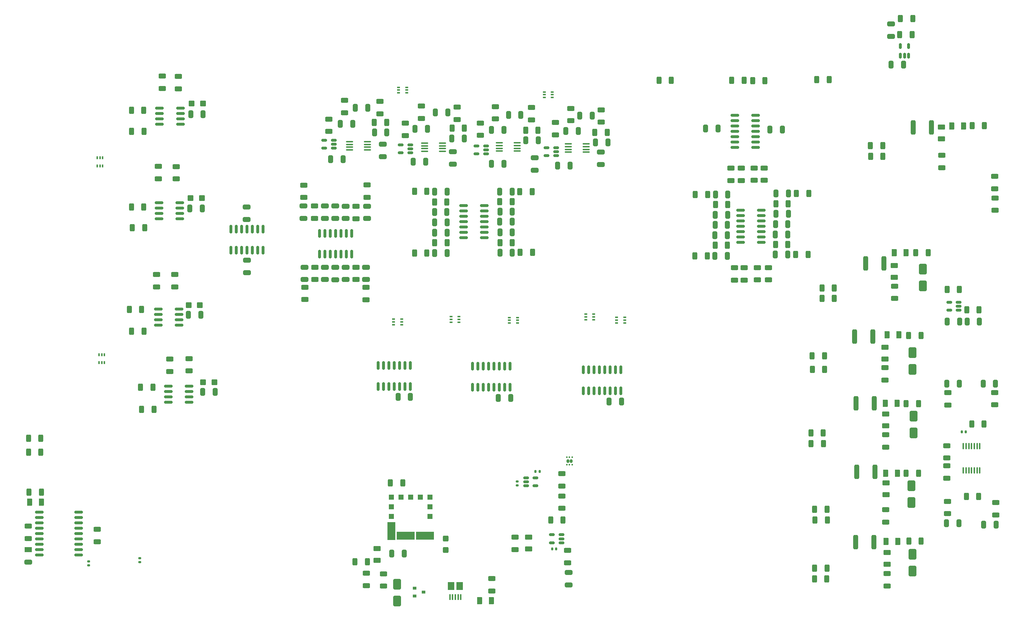
<source format=gbr>
%TF.GenerationSoftware,KiCad,Pcbnew,7.0.10*%
%TF.CreationDate,2024-12-15T12:01:29-06:00*%
%TF.ProjectId,karca_v2,6b617263-615f-4763-922e-6b696361645f,rev?*%
%TF.SameCoordinates,Original*%
%TF.FileFunction,Paste,Top*%
%TF.FilePolarity,Positive*%
%FSLAX46Y46*%
G04 Gerber Fmt 4.6, Leading zero omitted, Abs format (unit mm)*
G04 Created by KiCad (PCBNEW 7.0.10) date 2024-12-15 12:01:29*
%MOMM*%
%LPD*%
G01*
G04 APERTURE LIST*
G04 Aperture macros list*
%AMRoundRect*
0 Rectangle with rounded corners*
0 $1 Rounding radius*
0 $2 $3 $4 $5 $6 $7 $8 $9 X,Y pos of 4 corners*
0 Add a 4 corners polygon primitive as box body*
4,1,4,$2,$3,$4,$5,$6,$7,$8,$9,$2,$3,0*
0 Add four circle primitives for the rounded corners*
1,1,$1+$1,$2,$3*
1,1,$1+$1,$4,$5*
1,1,$1+$1,$6,$7*
1,1,$1+$1,$8,$9*
0 Add four rect primitives between the rounded corners*
20,1,$1+$1,$2,$3,$4,$5,0*
20,1,$1+$1,$4,$5,$6,$7,0*
20,1,$1+$1,$6,$7,$8,$9,0*
20,1,$1+$1,$8,$9,$2,$3,0*%
G04 Aperture macros list end*
%ADD10RoundRect,0.250000X0.312500X0.625000X-0.312500X0.625000X-0.312500X-0.625000X0.312500X-0.625000X0*%
%ADD11RoundRect,0.250000X0.625000X-0.312500X0.625000X0.312500X-0.625000X0.312500X-0.625000X-0.312500X0*%
%ADD12RoundRect,0.250000X0.325000X0.650000X-0.325000X0.650000X-0.325000X-0.650000X0.325000X-0.650000X0*%
%ADD13RoundRect,0.250000X-0.312500X-0.625000X0.312500X-0.625000X0.312500X0.625000X-0.312500X0.625000X0*%
%ADD14RoundRect,0.150000X0.512500X0.150000X-0.512500X0.150000X-0.512500X-0.150000X0.512500X-0.150000X0*%
%ADD15RoundRect,0.250000X-0.325000X-0.650000X0.325000X-0.650000X0.325000X0.650000X-0.325000X0.650000X0*%
%ADD16RoundRect,0.250000X-0.625000X0.312500X-0.625000X-0.312500X0.625000X-0.312500X0.625000X0.312500X0*%
%ADD17RoundRect,0.250000X0.375000X0.625000X-0.375000X0.625000X-0.375000X-0.625000X0.375000X-0.625000X0*%
%ADD18RoundRect,0.150000X-0.825000X-0.150000X0.825000X-0.150000X0.825000X0.150000X-0.825000X0.150000X0*%
%ADD19RoundRect,0.100000X-0.712500X-0.100000X0.712500X-0.100000X0.712500X0.100000X-0.712500X0.100000X0*%
%ADD20RoundRect,0.150000X0.825000X0.150000X-0.825000X0.150000X-0.825000X-0.150000X0.825000X-0.150000X0*%
%ADD21R,0.650000X0.400000*%
%ADD22RoundRect,0.250000X-0.650000X0.325000X-0.650000X-0.325000X0.650000X-0.325000X0.650000X0.325000X0*%
%ADD23RoundRect,0.150000X-0.150000X0.825000X-0.150000X-0.825000X0.150000X-0.825000X0.150000X0.825000X0*%
%ADD24RoundRect,0.250000X-0.650000X1.000000X-0.650000X-1.000000X0.650000X-1.000000X0.650000X1.000000X0*%
%ADD25RoundRect,0.250000X0.650000X-0.325000X0.650000X0.325000X-0.650000X0.325000X-0.650000X-0.325000X0*%
%ADD26RoundRect,0.250000X-0.312500X-1.450000X0.312500X-1.450000X0.312500X1.450000X-0.312500X1.450000X0*%
%ADD27RoundRect,0.250000X0.450000X0.425000X-0.450000X0.425000X-0.450000X-0.425000X0.450000X-0.425000X0*%
%ADD28RoundRect,0.250000X0.625000X-0.375000X0.625000X0.375000X-0.625000X0.375000X-0.625000X-0.375000X0*%
%ADD29R,1.143000X1.143000*%
%ADD30R,4.191000X1.905000*%
%ADD31R,1.905000X4.191000*%
%ADD32RoundRect,0.250000X0.650000X-1.000000X0.650000X1.000000X-0.650000X1.000000X-0.650000X-1.000000X0*%
%ADD33R,0.400000X0.650000*%
%ADD34R,0.900000X0.800000*%
%ADD35RoundRect,0.140000X0.140000X0.170000X-0.140000X0.170000X-0.140000X-0.170000X0.140000X-0.170000X0*%
%ADD36RoundRect,0.100000X-0.100000X0.637500X-0.100000X-0.637500X0.100000X-0.637500X0.100000X0.637500X0*%
%ADD37RoundRect,0.160000X-0.160000X0.245000X-0.160000X-0.245000X0.160000X-0.245000X0.160000X0.245000X0*%
%ADD38RoundRect,0.093750X-0.106250X0.093750X-0.106250X-0.093750X0.106250X-0.093750X0.106250X0.093750X0*%
%ADD39R,1.800000X1.150000*%
%ADD40RoundRect,0.150000X-0.512500X-0.150000X0.512500X-0.150000X0.512500X0.150000X-0.512500X0.150000X0*%
%ADD41RoundRect,0.140000X-0.140000X-0.170000X0.140000X-0.170000X0.140000X0.170000X-0.140000X0.170000X0*%
%ADD42RoundRect,0.150000X0.150000X-0.512500X0.150000X0.512500X-0.150000X0.512500X-0.150000X-0.512500X0*%
%ADD43RoundRect,0.150000X-0.875000X-0.150000X0.875000X-0.150000X0.875000X0.150000X-0.875000X0.150000X0*%
%ADD44RoundRect,0.250000X-0.425000X0.450000X-0.425000X-0.450000X0.425000X-0.450000X0.425000X0.450000X0*%
%ADD45RoundRect,0.140000X0.170000X-0.140000X0.170000X0.140000X-0.170000X0.140000X-0.170000X-0.140000X0*%
%ADD46RoundRect,0.140000X-0.170000X0.140000X-0.170000X-0.140000X0.170000X-0.140000X0.170000X0.140000X0*%
%ADD47R,0.400000X1.350000*%
%ADD48R,1.500000X1.900000*%
G04 APERTURE END LIST*
D10*
%TO.C,R36*%
X61340000Y-120493800D03*
X58415000Y-120493800D03*
%TD*%
D11*
%TO.C,R25*%
X69011800Y-84317300D03*
X69011800Y-81392300D03*
%TD*%
D12*
%TO.C,C54*%
X150629500Y-69173300D03*
X147679500Y-69173300D03*
%TD*%
D13*
%TO.C,R44*%
X196703800Y-90424000D03*
X199628800Y-90424000D03*
%TD*%
%TO.C,R65*%
X125425800Y-87304000D03*
X128350800Y-87304000D03*
%TD*%
D14*
%TO.C,U23*%
X106293500Y-77023000D03*
X106293500Y-76073000D03*
X106293500Y-75123000D03*
X104018500Y-75123000D03*
X104018500Y-77023000D03*
%TD*%
D11*
%TO.C,R75*%
X141005400Y-73983400D03*
X141005400Y-71058400D03*
%TD*%
D15*
%TO.C,C45*%
X105586000Y-79629000D03*
X108536000Y-79629000D03*
%TD*%
D10*
%TO.C,R93*%
X222269000Y-147142200D03*
X219344000Y-147142200D03*
%TD*%
D16*
%TO.C,R47*%
X202829200Y-81798700D03*
X202829200Y-84723700D03*
%TD*%
D11*
%TO.C,R23*%
X111586400Y-93752100D03*
X111586400Y-90827100D03*
%TD*%
D17*
%TO.C,D9*%
X241862800Y-101800200D03*
X239062800Y-101800200D03*
%TD*%
D18*
%TO.C,U21*%
X67084400Y-133527800D03*
X67084400Y-134797800D03*
X67084400Y-136067800D03*
X67084400Y-137337800D03*
X72034400Y-137337800D03*
X72034400Y-136067800D03*
X72034400Y-134797800D03*
X72034400Y-133527800D03*
%TD*%
D10*
%TO.C,R116*%
X223092500Y-179174400D03*
X220167500Y-179174400D03*
%TD*%
D19*
%TO.C,U22*%
X110009500Y-75508600D03*
X110009500Y-76158600D03*
X110009500Y-76808600D03*
X110009500Y-77458600D03*
X114234500Y-77458600D03*
X114234500Y-76808600D03*
X114234500Y-76158600D03*
X114234500Y-75508600D03*
%TD*%
D20*
%TO.C,U9*%
X207579000Y-99390200D03*
X207579000Y-98120200D03*
X207579000Y-96850200D03*
X207579000Y-95580200D03*
X207579000Y-94310200D03*
X207579000Y-93040200D03*
X207579000Y-91770200D03*
X202629000Y-91770200D03*
X202629000Y-93040200D03*
X202629000Y-94310200D03*
X202629000Y-95580200D03*
X202629000Y-96850200D03*
X202629000Y-98120200D03*
X202629000Y-99390200D03*
%TD*%
D10*
%TO.C,R12*%
X37022500Y-158623000D03*
X34097500Y-158623000D03*
%TD*%
D21*
%TO.C,U14*%
X123571000Y-63906400D03*
X123571000Y-63256400D03*
X123571000Y-62606400D03*
X121671000Y-62606400D03*
X121671000Y-63256400D03*
X121671000Y-63906400D03*
%TD*%
D22*
%TO.C,C4*%
X106658800Y-90763800D03*
X106658800Y-93713800D03*
%TD*%
D13*
%TO.C,R68*%
X134306900Y-72292600D03*
X137231900Y-72292600D03*
%TD*%
D23*
%TO.C,U7*%
X89549200Y-96277400D03*
X88279200Y-96277400D03*
X87009200Y-96277400D03*
X85739200Y-96277400D03*
X84469200Y-96277400D03*
X83199200Y-96277400D03*
X81929200Y-96277400D03*
X81929200Y-101227400D03*
X83199200Y-101227400D03*
X84469200Y-101227400D03*
X85739200Y-101227400D03*
X87009200Y-101227400D03*
X88279200Y-101227400D03*
X89549200Y-101227400D03*
%TD*%
%TO.C,U11*%
X174283600Y-129609100D03*
X173013600Y-129609100D03*
X171743600Y-129609100D03*
X170473600Y-129609100D03*
X169203600Y-129609100D03*
X167933600Y-129609100D03*
X166663600Y-129609100D03*
X165393600Y-129609100D03*
X165393600Y-134559100D03*
X166663600Y-134559100D03*
X167933600Y-134559100D03*
X169203600Y-134559100D03*
X170473600Y-134559100D03*
X171743600Y-134559100D03*
X173013600Y-134559100D03*
X174283600Y-134559100D03*
%TD*%
D24*
%TO.C,D20*%
X243154200Y-157080200D03*
X243154200Y-161080200D03*
%TD*%
D13*
%TO.C,R84*%
X221934500Y-110211400D03*
X224859500Y-110211400D03*
%TD*%
D16*
%TO.C,R41*%
X111561000Y-105269000D03*
X111561000Y-108194000D03*
%TD*%
D13*
%TO.C,R45*%
X200579300Y-60960000D03*
X203504300Y-60960000D03*
%TD*%
D11*
%TO.C,R106*%
X262894300Y-137911300D03*
X262894300Y-134986300D03*
%TD*%
D25*
%TO.C,C40*%
X117932200Y-79046600D03*
X117932200Y-76096600D03*
%TD*%
D15*
%TO.C,C9*%
X209599000Y-72644000D03*
X212549000Y-72644000D03*
%TD*%
D10*
%TO.C,R78*%
X148585700Y-99419800D03*
X145660700Y-99419800D03*
%TD*%
D12*
%TO.C,C3*%
X148185400Y-136278100D03*
X145235400Y-136278100D03*
%TD*%
D18*
%TO.C,U20*%
X64708000Y-115189000D03*
X64708000Y-116459000D03*
X64708000Y-117729000D03*
X64708000Y-118999000D03*
X69658000Y-118999000D03*
X69658000Y-117729000D03*
X69658000Y-116459000D03*
X69658000Y-115189000D03*
%TD*%
D19*
%TO.C,U24*%
X127843900Y-75838800D03*
X127843900Y-76488800D03*
X127843900Y-77138800D03*
X127843900Y-77788800D03*
X132068900Y-77788800D03*
X132068900Y-77138800D03*
X132068900Y-76488800D03*
X132068900Y-75838800D03*
%TD*%
D16*
%TO.C,R52*%
X205877200Y-81733200D03*
X205877200Y-84658200D03*
%TD*%
D22*
%TO.C,C21*%
X109122600Y-90789200D03*
X109122600Y-93739200D03*
%TD*%
D21*
%TO.C,U4*%
X134083500Y-117002800D03*
X134083500Y-117652800D03*
X134083500Y-118302800D03*
X135983500Y-118302800D03*
X135983500Y-117652800D03*
X135983500Y-117002800D03*
%TD*%
D26*
%TO.C,F2*%
X243572600Y-72113600D03*
X247847600Y-72113600D03*
%TD*%
D21*
%TO.C,U32*%
X175201100Y-118480600D03*
X175201100Y-117830600D03*
X175201100Y-117180600D03*
X173301100Y-117180600D03*
X173301100Y-117830600D03*
X173301100Y-118480600D03*
%TD*%
D11*
%TO.C,R57*%
X206613800Y-108284200D03*
X206613800Y-105359200D03*
%TD*%
D10*
%TO.C,R117*%
X160593500Y-165227000D03*
X157668500Y-165227000D03*
%TD*%
D11*
%TO.C,R5*%
X143764000Y-182056500D03*
X143764000Y-179131500D03*
%TD*%
D10*
%TO.C,R50*%
X208431900Y-61010800D03*
X205506900Y-61010800D03*
%TD*%
D27*
%TO.C,C19*%
X75289400Y-66421000D03*
X72589400Y-66421000D03*
%TD*%
D28*
%TO.C,D10*%
X239043400Y-107696000D03*
X239043400Y-104896000D03*
%TD*%
D15*
%TO.C,C66*%
X251614600Y-118208600D03*
X254564600Y-118208600D03*
%TD*%
D16*
%TO.C,R35*%
X101832800Y-105279700D03*
X101832800Y-108204700D03*
%TD*%
%TO.C,R73*%
X153111200Y-67396900D03*
X153111200Y-70321900D03*
%TD*%
D11*
%TO.C,R22*%
X114228000Y-88708200D03*
X114228000Y-85783200D03*
%TD*%
D12*
%TO.C,C49*%
X133104200Y-92180800D03*
X130154200Y-92180800D03*
%TD*%
D14*
%TO.C,U33*%
X160266183Y-170653400D03*
X160266183Y-169703400D03*
X160266183Y-168753400D03*
X157991183Y-168753400D03*
X157991183Y-170653400D03*
%TD*%
D15*
%TO.C,C16*%
X130177300Y-94629000D03*
X133127300Y-94629000D03*
%TD*%
D29*
%TO.C,MD1*%
X129057000Y-164418800D03*
D30*
X127914000Y-168990800D03*
X123342000Y-168990800D03*
D31*
X119913000Y-167847800D03*
D29*
X119913000Y-164418800D03*
X119913000Y-159846800D03*
X124485000Y-159846800D03*
X126771000Y-159846800D03*
X129057000Y-159846800D03*
X129057000Y-162132800D03*
X119913000Y-162132800D03*
X122199000Y-159846800D03*
%TD*%
D32*
%TO.C,D5*%
X121272800Y-184448000D03*
X121272800Y-180448000D03*
%TD*%
D33*
%TO.C,U2*%
X50277000Y-81239400D03*
X50927000Y-81239400D03*
X51577000Y-81239400D03*
X51577000Y-79339400D03*
X50927000Y-79339400D03*
X50277000Y-79339400D03*
%TD*%
D11*
%TO.C,R97*%
X201203600Y-108335000D03*
X201203600Y-105410000D03*
%TD*%
D16*
%TO.C,R87*%
X236902800Y-129118900D03*
X236902800Y-132043900D03*
%TD*%
D15*
%TO.C,C38*%
X210877400Y-102235000D03*
X213827400Y-102235000D03*
%TD*%
D16*
%TO.C,R110*%
X251692900Y-160818100D03*
X251692900Y-163743100D03*
%TD*%
%TO.C,R114*%
X237341900Y-177960500D03*
X237341900Y-180885500D03*
%TD*%
D13*
%TO.C,R74*%
X151756700Y-72749800D03*
X154681700Y-72749800D03*
%TD*%
D26*
%TO.C,F4*%
X229710700Y-121694200D03*
X233985700Y-121694200D03*
%TD*%
D23*
%TO.C,U3*%
X148056600Y-128785100D03*
X146786600Y-128785100D03*
X145516600Y-128785100D03*
X144246600Y-128785100D03*
X142976600Y-128785100D03*
X141706600Y-128785100D03*
X140436600Y-128785100D03*
X139166600Y-128785100D03*
X139166600Y-133735100D03*
X140436600Y-133735100D03*
X141706600Y-133735100D03*
X142976600Y-133735100D03*
X144246600Y-133735100D03*
X145516600Y-133735100D03*
X146786600Y-133735100D03*
X148056600Y-133735100D03*
%TD*%
D12*
%TO.C,C44*%
X118880200Y-73334000D03*
X115930200Y-73334000D03*
%TD*%
D16*
%TO.C,R118*%
X161698683Y-172449400D03*
X161698683Y-175374400D03*
%TD*%
D11*
%TO.C,R29*%
X101756600Y-93675900D03*
X101756600Y-90750900D03*
%TD*%
D34*
%TO.C,Q1*%
X125492000Y-181422000D03*
X125492000Y-183322000D03*
X127592000Y-182372000D03*
%TD*%
D13*
%TO.C,R13*%
X257515900Y-71717700D03*
X260440900Y-71717700D03*
%TD*%
D15*
%TO.C,C13*%
X194359000Y-72390000D03*
X197309000Y-72390000D03*
%TD*%
D12*
%TO.C,C59*%
X164235300Y-72938600D03*
X161285300Y-72938600D03*
%TD*%
D35*
%TO.C,C70*%
X256029400Y-144348200D03*
X255069400Y-144348200D03*
%TD*%
D33*
%TO.C,U5*%
X50683400Y-127924600D03*
X51333400Y-127924600D03*
X51983400Y-127924600D03*
X51983400Y-126024600D03*
X51333400Y-126024600D03*
X50683400Y-126024600D03*
%TD*%
D10*
%TO.C,R111*%
X259069300Y-159689800D03*
X256144300Y-159689800D03*
%TD*%
D11*
%TO.C,R32*%
X64287400Y-109945900D03*
X64287400Y-107020900D03*
%TD*%
D26*
%TO.C,F3*%
X232333900Y-104365600D03*
X236608900Y-104365600D03*
%TD*%
D11*
%TO.C,R31*%
X68656200Y-109945900D03*
X68656200Y-107020900D03*
%TD*%
D26*
%TO.C,F5*%
X230018500Y-137591800D03*
X234293500Y-137591800D03*
%TD*%
D25*
%TO.C,C52*%
X153924000Y-82247000D03*
X153924000Y-79297000D03*
%TD*%
D36*
%TO.C,U31*%
X259332500Y-147759500D03*
X258682500Y-147759500D03*
X258032500Y-147759500D03*
X257382500Y-147759500D03*
X256732500Y-147759500D03*
X256082500Y-147759500D03*
X255432500Y-147759500D03*
X255432500Y-153484500D03*
X256082500Y-153484500D03*
X256732500Y-153484500D03*
X257382500Y-153484500D03*
X258032500Y-153484500D03*
X258682500Y-153484500D03*
X259332500Y-153484500D03*
%TD*%
D25*
%TO.C,C29*%
X104220400Y-108217200D03*
X104220400Y-105267200D03*
%TD*%
D13*
%TO.C,R62*%
X115891900Y-70921000D03*
X118816900Y-70921000D03*
%TD*%
D10*
%TO.C,R54*%
X213867500Y-99872800D03*
X210942500Y-99872800D03*
%TD*%
D11*
%TO.C,R69*%
X123225400Y-74019800D03*
X123225400Y-71094800D03*
%TD*%
%TO.C,R38*%
X67437000Y-129986500D03*
X67437000Y-127061500D03*
%TD*%
%TO.C,R20*%
X65659000Y-62865000D03*
X65659000Y-59940000D03*
%TD*%
D14*
%TO.C,U29*%
X158998500Y-78801000D03*
X158998500Y-77851000D03*
X158998500Y-76901000D03*
X156723500Y-76901000D03*
X156723500Y-78801000D03*
%TD*%
D10*
%TO.C,R48*%
X218820500Y-87807800D03*
X215895500Y-87807800D03*
%TD*%
D37*
%TO.C,U1*%
X162542800Y-151234700D03*
X161742800Y-151234700D03*
D38*
X162792800Y-150347200D03*
X162142800Y-150347200D03*
X161492800Y-150347200D03*
X161492800Y-152122200D03*
X162142800Y-152122200D03*
X162792800Y-152122200D03*
%TD*%
D16*
%TO.C,R9*%
X50292000Y-167447500D03*
X50292000Y-170372500D03*
%TD*%
D13*
%TO.C,R92*%
X219318600Y-144576800D03*
X222243600Y-144576800D03*
%TD*%
D16*
%TO.C,R64*%
X127086200Y-67056200D03*
X127086200Y-69981200D03*
%TD*%
D21*
%TO.C,U15*%
X147926500Y-117206000D03*
X147926500Y-117856000D03*
X147926500Y-118506000D03*
X149826500Y-118506000D03*
X149826500Y-117856000D03*
X149826500Y-117206000D03*
%TD*%
D27*
%TO.C,C31*%
X78058000Y-132537200D03*
X75358000Y-132537200D03*
%TD*%
D10*
%TO.C,R27*%
X61294400Y-90994200D03*
X58369400Y-90994200D03*
%TD*%
D15*
%TO.C,C39*%
X210904600Y-97485200D03*
X213854600Y-97485200D03*
%TD*%
D16*
%TO.C,R15*%
X262864600Y-83729100D03*
X262864600Y-86654100D03*
%TD*%
D27*
%TO.C,C27*%
X74603600Y-114274600D03*
X71903600Y-114274600D03*
%TD*%
D10*
%TO.C,R21*%
X61279500Y-68072000D03*
X58354500Y-68072000D03*
%TD*%
D14*
%TO.C,U25*%
X124454500Y-78166000D03*
X124454500Y-77216000D03*
X124454500Y-76266000D03*
X122179500Y-76266000D03*
X122179500Y-78166000D03*
%TD*%
D12*
%TO.C,C8*%
X213883000Y-95097600D03*
X210933000Y-95097600D03*
%TD*%
D25*
%TO.C,C15*%
X33914399Y-175261800D03*
D39*
X33914399Y-172311800D03*
%TD*%
D17*
%TO.C,D21*%
X239932700Y-170284400D03*
X237132700Y-170284400D03*
%TD*%
D10*
%TO.C,R49*%
X213943700Y-90246200D03*
X211018700Y-90246200D03*
%TD*%
D16*
%TO.C,R91*%
X237042700Y-145040900D03*
X237042700Y-147965900D03*
%TD*%
D10*
%TO.C,R3*%
X114238500Y-175133000D03*
X111313500Y-175133000D03*
%TD*%
D28*
%TO.C,D3*%
X116576800Y-174832000D03*
X116576800Y-172032000D03*
%TD*%
D16*
%TO.C,R14*%
X250311400Y-78753700D03*
X250311400Y-81678700D03*
%TD*%
D22*
%TO.C,C25*%
X104195000Y-90763800D03*
X104195000Y-93713800D03*
%TD*%
D11*
%TO.C,R98*%
X203540400Y-108309600D03*
X203540400Y-105384600D03*
%TD*%
D16*
%TO.C,R51*%
X208239400Y-81733200D03*
X208239400Y-84658200D03*
%TD*%
D24*
%TO.C,D17*%
X243611400Y-140570200D03*
X243611400Y-144570200D03*
%TD*%
D13*
%TO.C,R95*%
X196616900Y-100076000D03*
X199541900Y-100076000D03*
%TD*%
D21*
%TO.C,U35*%
X120487100Y-117597200D03*
X120487100Y-118247200D03*
X120487100Y-118897200D03*
X122387100Y-118897200D03*
X122387100Y-118247200D03*
X122387100Y-117597200D03*
%TD*%
D13*
%TO.C,R82*%
X244159500Y-101851000D03*
X247084500Y-101851000D03*
%TD*%
D18*
%TO.C,U19*%
X64900000Y-90017600D03*
X64900000Y-91287600D03*
X64900000Y-92557600D03*
X64900000Y-93827600D03*
X69850000Y-93827600D03*
X69850000Y-92557600D03*
X69850000Y-91287600D03*
X69850000Y-90017600D03*
%TD*%
D12*
%TO.C,C73*%
X124468900Y-136067800D03*
X121518900Y-136067800D03*
%TD*%
D25*
%TO.C,C18*%
X114151800Y-93739200D03*
X114151800Y-90789200D03*
%TD*%
D40*
%TO.C,U36*%
X151835883Y-155234900D03*
X151835883Y-156184900D03*
X151835883Y-157134900D03*
X154110883Y-157134900D03*
X154110883Y-155234900D03*
%TD*%
D12*
%TO.C,C65*%
X199554400Y-97713800D03*
X196604400Y-97713800D03*
%TD*%
D17*
%TO.C,D12*%
X240157000Y-121335800D03*
X237357000Y-121335800D03*
%TD*%
D28*
%TO.C,D22*%
X237341900Y-175723000D03*
X237341900Y-172923000D03*
%TD*%
D16*
%TO.C,R76*%
X162455500Y-67615300D03*
X162455500Y-70540300D03*
%TD*%
D22*
%TO.C,C5*%
X85678400Y-91017800D03*
X85678400Y-93967800D03*
%TD*%
D12*
%TO.C,C20*%
X75367800Y-68972400D03*
X72417800Y-68972400D03*
%TD*%
D25*
%TO.C,C33*%
X109148000Y-108219000D03*
X109148000Y-105269000D03*
%TD*%
D19*
%TO.C,U26*%
X145544100Y-75788000D03*
X145544100Y-76438000D03*
X145544100Y-77088000D03*
X145544100Y-77738000D03*
X149769100Y-77738000D03*
X149769100Y-77088000D03*
X149769100Y-76438000D03*
X149769100Y-75788000D03*
%TD*%
D41*
%TO.C,C76*%
X154093600Y-153722400D03*
X155053600Y-153722400D03*
%TD*%
D42*
%TO.C,U8*%
X240538000Y-55107000D03*
X241488000Y-55107000D03*
X242438000Y-55107000D03*
X242438000Y-52832000D03*
X240538000Y-52832000D03*
%TD*%
D18*
%TO.C,U17*%
X137039400Y-90631400D03*
X137039400Y-91901400D03*
X137039400Y-93171400D03*
X137039400Y-94441400D03*
X137039400Y-95711400D03*
X137039400Y-96981400D03*
X137039400Y-98251400D03*
X141989400Y-98251400D03*
X141989400Y-96981400D03*
X141989400Y-95711400D03*
X141989400Y-94441400D03*
X141989400Y-93171400D03*
X141989400Y-91901400D03*
X141989400Y-90631400D03*
%TD*%
D12*
%TO.C,C32*%
X78206900Y-134844800D03*
X75256900Y-134844800D03*
%TD*%
%TO.C,C42*%
X114383700Y-67456800D03*
X111433700Y-67456800D03*
%TD*%
D28*
%TO.C,D8*%
X250209800Y-74834400D03*
X250209800Y-72034400D03*
%TD*%
%TO.C,D2*%
X152476200Y-172138800D03*
X152476200Y-169338800D03*
%TD*%
D13*
%TO.C,R6*%
X240370400Y-50057900D03*
X243295400Y-50057900D03*
%TD*%
D21*
%TO.C,U16*%
X158064200Y-65013600D03*
X158064200Y-64363600D03*
X158064200Y-63713600D03*
X156164200Y-63713600D03*
X156164200Y-64363600D03*
X156164200Y-65013600D03*
%TD*%
D10*
%TO.C,R39*%
X63438500Y-133727200D03*
X60513500Y-133727200D03*
%TD*%
D17*
%TO.C,D4*%
X143640000Y-184404000D03*
X140840000Y-184404000D03*
%TD*%
D13*
%TO.C,R43*%
X191943300Y-88061800D03*
X194868300Y-88061800D03*
%TD*%
D43*
%TO.C,U13*%
X36581399Y-163423600D03*
X36581399Y-164693600D03*
X36581399Y-165963600D03*
X36581399Y-167233600D03*
X36581399Y-168503600D03*
X36581399Y-169773600D03*
X36581399Y-171043600D03*
X36581399Y-172313600D03*
X36581399Y-173583600D03*
X45881399Y-173583600D03*
X45881399Y-172313600D03*
X45881399Y-171043600D03*
X45881399Y-169773600D03*
X45881399Y-168503600D03*
X45881399Y-167233600D03*
X45881399Y-165963600D03*
X45881399Y-164693600D03*
X45881399Y-163423600D03*
%TD*%
D16*
%TO.C,R67*%
X135493600Y-67310200D03*
X135493600Y-70235200D03*
%TD*%
D13*
%TO.C,R11*%
X33970500Y-149127800D03*
X36895500Y-149127800D03*
%TD*%
D12*
%TO.C,C47*%
X128457800Y-72445000D03*
X125507800Y-72445000D03*
%TD*%
D25*
%TO.C,C58*%
X169526000Y-80879600D03*
X169526000Y-77929600D03*
%TD*%
D26*
%TO.C,F6*%
X230217800Y-153847800D03*
X234492800Y-153847800D03*
%TD*%
D17*
%TO.C,D6*%
X37087000Y-161036000D03*
X34287000Y-161036000D03*
%TD*%
D12*
%TO.C,C28*%
X74830200Y-116586000D03*
X71880200Y-116586000D03*
%TD*%
D25*
%TO.C,C22*%
X99140400Y-93677700D03*
X99140400Y-90727700D03*
%TD*%
D13*
%TO.C,R115*%
X220192900Y-176659800D03*
X223117900Y-176659800D03*
%TD*%
D12*
%TO.C,C62*%
X171255000Y-75670800D03*
X168305000Y-75670800D03*
%TD*%
D14*
%TO.C,U30*%
X254354100Y-115501000D03*
X254354100Y-114551000D03*
X254354100Y-113601000D03*
X252079100Y-113601000D03*
X252079100Y-115501000D03*
%TD*%
D11*
%TO.C,R121*%
X114046000Y-180786500D03*
X114046000Y-177861500D03*
%TD*%
%TO.C,R10*%
X33888999Y-169635900D03*
X33888999Y-166710900D03*
%TD*%
D27*
%TO.C,C23*%
X75086200Y-88900000D03*
X72386200Y-88900000D03*
%TD*%
D15*
%TO.C,Ce3*%
X145612100Y-87354800D03*
X148562100Y-87354800D03*
%TD*%
D11*
%TO.C,R107*%
X251532800Y-150535100D03*
X251532800Y-147610100D03*
%TD*%
D16*
%TO.C,R70*%
X144557100Y-67162700D03*
X144557100Y-70087700D03*
%TD*%
D28*
%TO.C,D13*%
X236852000Y-127028400D03*
X236852000Y-124228400D03*
%TD*%
D13*
%TO.C,R55*%
X220721500Y-60756800D03*
X223646500Y-60756800D03*
%TD*%
D11*
%TO.C,R63*%
X105161700Y-73084900D03*
X105161700Y-70159900D03*
%TD*%
D25*
%TO.C,C7*%
X85725000Y-106582000D03*
X85725000Y-103632000D03*
%TD*%
D28*
%TO.C,D19*%
X237113300Y-159251500D03*
X237113300Y-156451500D03*
%TD*%
D17*
%TO.C,D18*%
X239808700Y-154127200D03*
X237008700Y-154127200D03*
%TD*%
D12*
%TO.C,C14*%
X174463200Y-137127500D03*
X171513200Y-137127500D03*
%TD*%
D10*
%TO.C,R71*%
X153274000Y-87329400D03*
X150349000Y-87329400D03*
%TD*%
D12*
%TO.C,C17*%
X148541000Y-94488000D03*
X145591000Y-94488000D03*
%TD*%
D16*
%TO.C,R83*%
X239119600Y-109761100D03*
X239119600Y-112686100D03*
%TD*%
D12*
%TO.C,C56*%
X154738600Y-75184000D03*
X151788600Y-75184000D03*
%TD*%
D11*
%TO.C,R1*%
X149250417Y-172268100D03*
X149250417Y-169343100D03*
%TD*%
D15*
%TO.C,C72*%
X260272000Y-166319200D03*
X263222000Y-166319200D03*
%TD*%
%TO.C,C2*%
X120004000Y-173203400D03*
X122954000Y-173203400D03*
%TD*%
D25*
%TO.C,C75*%
X161924983Y-180681400D03*
X161924983Y-177731400D03*
%TD*%
D16*
%TO.C,R40*%
X113948600Y-110069600D03*
X113948600Y-112994600D03*
%TD*%
D13*
%TO.C,R86*%
X242501500Y-121488200D03*
X245426500Y-121488200D03*
%TD*%
D15*
%TO.C,Ce4*%
X145648200Y-101807400D03*
X148598200Y-101807400D03*
%TD*%
D12*
%TO.C,C64*%
X199554400Y-102554500D03*
X196604400Y-102554500D03*
%TD*%
D16*
%TO.C,R34*%
X99419800Y-110029500D03*
X99419800Y-112954500D03*
%TD*%
%TO.C,R100*%
X237032800Y-162824700D03*
X237032800Y-165749700D03*
%TD*%
D26*
%TO.C,F7*%
X229967700Y-170459400D03*
X234242700Y-170459400D03*
%TD*%
D10*
%TO.C,R18*%
X236387100Y-79007500D03*
X233462100Y-79007500D03*
%TD*%
D12*
%TO.C,Ce2*%
X133127800Y-87329400D03*
X130177800Y-87329400D03*
%TD*%
D24*
%TO.C,D14*%
X243430600Y-125558800D03*
X243430600Y-129558800D03*
%TD*%
D44*
%TO.C,C1*%
X132816600Y-169617400D03*
X132816600Y-172317400D03*
%TD*%
D12*
%TO.C,C60*%
X167511900Y-69306400D03*
X164561900Y-69306400D03*
%TD*%
D41*
%TO.C,C74*%
X158016000Y-172135800D03*
X158976000Y-172135800D03*
%TD*%
D21*
%TO.C,U12*%
X165970700Y-116408200D03*
X165970700Y-117058200D03*
X165970700Y-117708200D03*
X167870700Y-117708200D03*
X167870700Y-117058200D03*
X167870700Y-116408200D03*
%TD*%
D10*
%TO.C,R30*%
X61523000Y-95871000D03*
X58598000Y-95871000D03*
%TD*%
D15*
%TO.C,C57*%
X143686000Y-80772000D03*
X146636000Y-80772000D03*
%TD*%
D10*
%TO.C,R96*%
X186268400Y-60960000D03*
X183343400Y-60960000D03*
%TD*%
D15*
%TO.C,C51*%
X125144000Y-80264000D03*
X128094000Y-80264000D03*
%TD*%
D10*
%TO.C,R24*%
X61359900Y-73061800D03*
X58434900Y-73061800D03*
%TD*%
D12*
%TO.C,C43*%
X133155000Y-97057600D03*
X130205000Y-97057600D03*
%TD*%
D13*
%TO.C,R59*%
X125416900Y-101909000D03*
X128341900Y-101909000D03*
%TD*%
%TO.C,R80*%
X168165100Y-73283200D03*
X171090100Y-73283200D03*
%TD*%
D12*
%TO.C,C24*%
X75162800Y-91349800D03*
X72212800Y-91349800D03*
%TD*%
D28*
%TO.C,D16*%
X237042700Y-142903400D03*
X237042700Y-140103400D03*
%TD*%
D11*
%TO.C,R37*%
X72009000Y-129859500D03*
X72009000Y-126934500D03*
%TD*%
D15*
%TO.C,C37*%
X211031600Y-92633800D03*
X213981600Y-92633800D03*
%TD*%
D12*
%TO.C,C41*%
X110776900Y-71241400D03*
X107826900Y-71241400D03*
%TD*%
D16*
%TO.C,R61*%
X117201300Y-65943500D03*
X117201300Y-68868500D03*
%TD*%
D12*
%TO.C,C53*%
X146641700Y-72703900D03*
X143691700Y-72703900D03*
%TD*%
D10*
%TO.C,R7*%
X243447800Y-46247900D03*
X240522800Y-46247900D03*
%TD*%
%TO.C,R89*%
X222591900Y-129517400D03*
X219666900Y-129517400D03*
%TD*%
D45*
%TO.C,C77*%
X149722183Y-157020500D03*
X149722183Y-156060500D03*
%TD*%
D11*
%TO.C,R26*%
X64770000Y-84291900D03*
X64770000Y-81366900D03*
%TD*%
D12*
%TO.C,C34*%
X199656000Y-88061800D03*
X196706000Y-88061800D03*
%TD*%
D16*
%TO.C,R16*%
X262915400Y-88845200D03*
X262915400Y-91770200D03*
%TD*%
D13*
%TO.C,R101*%
X220228700Y-162687000D03*
X223153700Y-162687000D03*
%TD*%
D10*
%TO.C,R42*%
X63692500Y-138963400D03*
X60767500Y-138963400D03*
%TD*%
D22*
%TO.C,C26*%
X99394400Y-105267200D03*
X99394400Y-108217200D03*
%TD*%
D15*
%TO.C,C55*%
X145648200Y-92130000D03*
X148598200Y-92130000D03*
%TD*%
D11*
%TO.C,R28*%
X99191200Y-88748300D03*
X99191200Y-85823300D03*
%TD*%
D16*
%TO.C,R79*%
X169643700Y-67945500D03*
X169643700Y-70870500D03*
%TD*%
D15*
%TO.C,C36*%
X211020900Y-87807800D03*
X213970900Y-87807800D03*
%TD*%
D16*
%TO.C,R46*%
X200416200Y-81798700D03*
X200416200Y-84723700D03*
%TD*%
D10*
%TO.C,R85*%
X224884900Y-112649800D03*
X221959900Y-112649800D03*
%TD*%
D13*
%TO.C,R104*%
X256235200Y-115417600D03*
X259160200Y-115417600D03*
%TD*%
%TO.C,R60*%
X130192100Y-99496000D03*
X133117100Y-99496000D03*
%TD*%
D11*
%TO.C,R19*%
X69469000Y-62930500D03*
X69469000Y-60005500D03*
%TD*%
D17*
%TO.C,D15*%
X239732500Y-137591800D03*
X236932500Y-137591800D03*
%TD*%
D12*
%TO.C,C35*%
X199605200Y-92837000D03*
X196655200Y-92837000D03*
%TD*%
D13*
%TO.C,R90*%
X241899200Y-137617200D03*
X244824200Y-137617200D03*
%TD*%
D18*
%TO.C,U18*%
X65038200Y-67513200D03*
X65038200Y-68783200D03*
X65038200Y-70053200D03*
X65038200Y-71323200D03*
X69988200Y-71323200D03*
X69988200Y-70053200D03*
X69988200Y-68783200D03*
X69988200Y-67513200D03*
%TD*%
D13*
%TO.C,R88*%
X219622700Y-126291800D03*
X222547700Y-126291800D03*
%TD*%
D19*
%TO.C,U28*%
X161871300Y-76037400D03*
X161871300Y-76687400D03*
X161871300Y-77337400D03*
X161871300Y-77987400D03*
X166096300Y-77987400D03*
X166096300Y-77337400D03*
X166096300Y-76687400D03*
X166096300Y-76037400D03*
%TD*%
D25*
%TO.C,C10*%
X238302300Y-50542300D03*
X238302300Y-47592300D03*
%TD*%
D12*
%TO.C,Ce1*%
X133155000Y-101883600D03*
X130205000Y-101883600D03*
%TD*%
%TO.C,C48*%
X133285600Y-68584200D03*
X130335600Y-68584200D03*
%TD*%
D10*
%TO.C,R72*%
X148560300Y-89717000D03*
X145635300Y-89717000D03*
%TD*%
D16*
%TO.C,R112*%
X263144000Y-161122900D03*
X263144000Y-164047900D03*
%TD*%
D17*
%TO.C,D7*%
X255527000Y-71732400D03*
X252727000Y-71732400D03*
%TD*%
D11*
%TO.C,R108*%
X251739400Y-137972800D03*
X251739400Y-135047800D03*
%TD*%
D13*
%TO.C,R99*%
X241873800Y-154127200D03*
X244798800Y-154127200D03*
%TD*%
D23*
%TO.C,U6*%
X110519600Y-97220200D03*
X109249600Y-97220200D03*
X107979600Y-97220200D03*
X106709600Y-97220200D03*
X105439600Y-97220200D03*
X104169600Y-97220200D03*
X102899600Y-97220200D03*
X102899600Y-102170200D03*
X104169600Y-102170200D03*
X105439600Y-102170200D03*
X106709600Y-102170200D03*
X107979600Y-102170200D03*
X109249600Y-102170200D03*
X110519600Y-102170200D03*
%TD*%
D46*
%TO.C,C79*%
X60325000Y-174272000D03*
X60325000Y-175232000D03*
%TD*%
D13*
%TO.C,R105*%
X257410900Y-142468600D03*
X260335900Y-142468600D03*
%TD*%
%TO.C,R8*%
X33970500Y-145837800D03*
X36895500Y-145837800D03*
%TD*%
D45*
%TO.C,C78*%
X48260000Y-175994000D03*
X48260000Y-175034000D03*
%TD*%
D24*
%TO.C,D11*%
X245839900Y-105718400D03*
X245839900Y-109718400D03*
%TD*%
D47*
%TO.C,J3*%
X136398000Y-183570500D03*
X135748000Y-183570500D03*
X135098000Y-183570500D03*
X134448000Y-183570500D03*
X133798000Y-183570500D03*
D48*
X136098000Y-180870500D03*
X134098000Y-180870500D03*
%TD*%
D10*
%TO.C,R33*%
X60771500Y-115312200D03*
X57846500Y-115312200D03*
%TD*%
%TO.C,R77*%
X153360900Y-101756600D03*
X150435900Y-101756600D03*
%TD*%
D24*
%TO.C,D23*%
X243408200Y-173387000D03*
X243408200Y-177387000D03*
%TD*%
D11*
%TO.C,R56*%
X209230000Y-108269500D03*
X209230000Y-105344500D03*
%TD*%
D20*
%TO.C,U10*%
X206244000Y-76849200D03*
X206244000Y-75579200D03*
X206244000Y-74309200D03*
X206244000Y-73039200D03*
X206244000Y-71769200D03*
X206244000Y-70499200D03*
X206244000Y-69229200D03*
X201294000Y-69229200D03*
X201294000Y-70499200D03*
X201294000Y-71769200D03*
X201294000Y-73039200D03*
X201294000Y-74309200D03*
X201294000Y-75579200D03*
X201294000Y-76849200D03*
%TD*%
D16*
%TO.C,R109*%
X251515100Y-152400000D03*
X251515100Y-155325000D03*
%TD*%
D25*
%TO.C,C6*%
X106654600Y-108231200D03*
X106654600Y-105281200D03*
%TD*%
D13*
%TO.C,R113*%
X242534200Y-170233600D03*
X245459200Y-170233600D03*
%TD*%
D10*
%TO.C,R53*%
X218642700Y-102235000D03*
X215717700Y-102235000D03*
%TD*%
D13*
%TO.C,R17*%
X233411300Y-76391300D03*
X236336300Y-76391300D03*
%TD*%
D25*
%TO.C,C46*%
X134499400Y-80803400D03*
X134499400Y-77853400D03*
%TD*%
D16*
%TO.C,R119*%
X160339383Y-154239800D03*
X160339383Y-157164800D03*
%TD*%
D13*
%TO.C,R4*%
X119711700Y-156439400D03*
X122636700Y-156439400D03*
%TD*%
D14*
%TO.C,U27*%
X142361500Y-78420000D03*
X142361500Y-77470000D03*
X142361500Y-76520000D03*
X140086500Y-76520000D03*
X140086500Y-78420000D03*
%TD*%
D15*
%TO.C,C12*%
X196619600Y-95250000D03*
X199569600Y-95250000D03*
%TD*%
D10*
%TO.C,R102*%
X223204500Y-165252400D03*
X220279500Y-165252400D03*
%TD*%
D13*
%TO.C,R103*%
X251579600Y-110514000D03*
X254504600Y-110514000D03*
%TD*%
D23*
%TO.C,U34*%
X124467100Y-128600200D03*
X123197100Y-128600200D03*
X121927100Y-128600200D03*
X120657100Y-128600200D03*
X119387100Y-128600200D03*
X118117100Y-128600200D03*
X116847100Y-128600200D03*
X116847100Y-133550200D03*
X118117100Y-133550200D03*
X119387100Y-133550200D03*
X120657100Y-133550200D03*
X121927100Y-133550200D03*
X123197100Y-133550200D03*
X124467100Y-133550200D03*
%TD*%
D12*
%TO.C,C69*%
X254459000Y-132867400D03*
X251509000Y-132867400D03*
%TD*%
D22*
%TO.C,C30*%
X113974000Y-105269000D03*
X113974000Y-108219000D03*
%TD*%
D15*
%TO.C,C67*%
X256313600Y-118186200D03*
X259263600Y-118186200D03*
%TD*%
D13*
%TO.C,R66*%
X130166700Y-89767800D03*
X133091700Y-89767800D03*
%TD*%
D16*
%TO.C,R58*%
X108844700Y-65714900D03*
X108844700Y-68639900D03*
%TD*%
D15*
%TO.C,C68*%
X260123900Y-132892800D03*
X263073900Y-132892800D03*
%TD*%
D11*
%TO.C,R81*%
X158827600Y-73887900D03*
X158827600Y-70962900D03*
%TD*%
D16*
%TO.C,R120*%
X160339383Y-159552300D03*
X160339383Y-162477300D03*
%TD*%
D12*
%TO.C,C50*%
X137219000Y-74705600D03*
X134269000Y-74705600D03*
%TD*%
D15*
%TO.C,C11*%
X238300500Y-57246100D03*
X241250500Y-57246100D03*
%TD*%
D12*
%TO.C,C71*%
X254387100Y-166014400D03*
X251437100Y-166014400D03*
%TD*%
D11*
%TO.C,R2*%
X118110000Y-180913500D03*
X118110000Y-177988500D03*
%TD*%
D15*
%TO.C,C63*%
X159307000Y-81153000D03*
X162257000Y-81153000D03*
%TD*%
D13*
%TO.C,R94*%
X191854200Y-102554500D03*
X194779200Y-102554500D03*
%TD*%
D15*
%TO.C,C61*%
X145648200Y-97006800D03*
X148598200Y-97006800D03*
%TD*%
M02*

</source>
